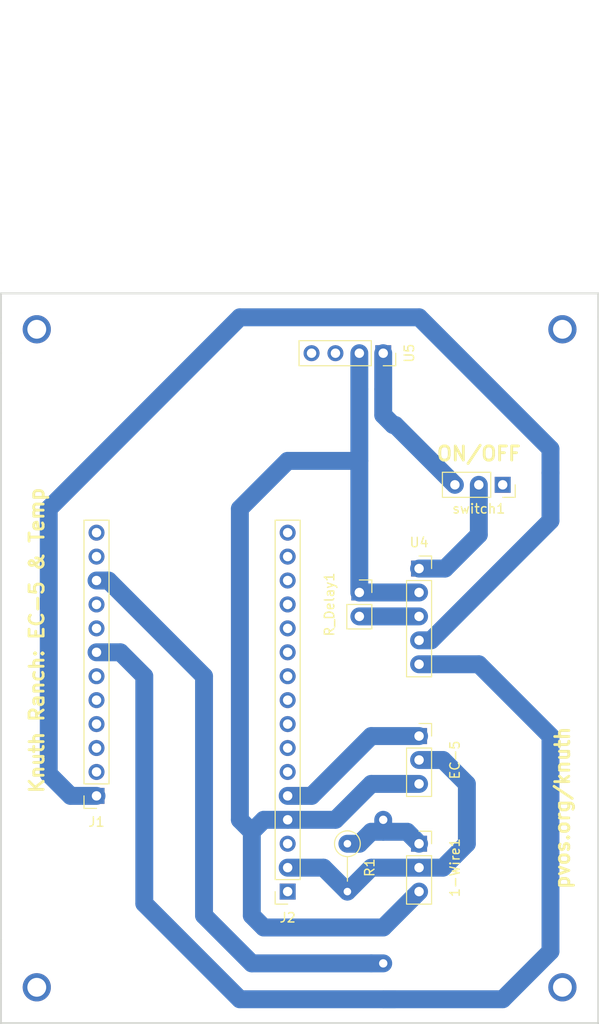
<source format=kicad_pcb>
(kicad_pcb (version 20171130) (host pcbnew 5.0.2-bee76a0~70~ubuntu18.04.1)

  (general
    (thickness 1.6)
    (drawings 23)
    (tracks 77)
    (zones 0)
    (modules 9)
    (nets 10)
  )

  (page A4)
  (layers
    (0 F.Cu signal)
    (31 B.Cu signal)
    (32 B.Adhes user)
    (33 F.Adhes user)
    (34 B.Paste user)
    (35 F.Paste user)
    (36 B.SilkS user)
    (37 F.SilkS user)
    (38 B.Mask user)
    (39 F.Mask user)
    (40 Dwgs.User user)
    (41 Cmts.User user)
    (42 Eco1.User user)
    (43 Eco2.User user)
    (44 Edge.Cuts user)
    (45 Margin user)
    (46 B.CrtYd user)
    (47 F.CrtYd user)
    (48 B.Fab user)
    (49 F.Fab user)
  )

  (setup
    (last_trace_width 1.905)
    (user_trace_width 0.254)
    (user_trace_width 0.381)
    (user_trace_width 0.635)
    (user_trace_width 1.27)
    (user_trace_width 1.905)
    (user_trace_width 2.54)
    (trace_clearance 0.2)
    (zone_clearance 0.508)
    (zone_45_only no)
    (trace_min 0.2)
    (segment_width 0.2)
    (edge_width 0.15)
    (via_size 1.778)
    (via_drill 0.889)
    (via_min_size 0.4)
    (via_min_drill 0.508)
    (uvia_size 0.3)
    (uvia_drill 0.1)
    (uvias_allowed no)
    (uvia_min_size 0.2)
    (uvia_min_drill 0.1)
    (pcb_text_width 0.3)
    (pcb_text_size 1.5 1.5)
    (mod_edge_width 0.15)
    (mod_text_size 1 1)
    (mod_text_width 0.15)
    (pad_size 1.4 1.4)
    (pad_drill 0.7)
    (pad_to_mask_clearance 0.051)
    (solder_mask_min_width 0.25)
    (aux_axis_origin 0 0)
    (visible_elements FFFDFF7F)
    (pcbplotparams
      (layerselection 0x010fc_ffffffff)
      (usegerberextensions false)
      (usegerberattributes false)
      (usegerberadvancedattributes false)
      (creategerberjobfile false)
      (excludeedgelayer true)
      (linewidth 0.100000)
      (plotframeref false)
      (viasonmask false)
      (mode 1)
      (useauxorigin false)
      (hpglpennumber 1)
      (hpglpenspeed 20)
      (hpglpendiameter 15.000000)
      (psnegative false)
      (psa4output false)
      (plotreference true)
      (plotvalue true)
      (plotinvisibletext false)
      (padsonsilk false)
      (subtractmaskfromsilk false)
      (outputformat 1)
      (mirror false)
      (drillshape 0)
      (scaleselection 1)
      (outputdirectory "gerb"))
  )

  (net 0 "")
  (net 1 GND)
  (net 2 "Net-(R_Delay1-Pad2)")
  (net 3 +3V3)
  (net 4 D5)
  (net 5 A0)
  (net 6 VBAT)
  (net 7 D10)
  (net 8 "Net-(U4-Pad1)")
  (net 9 "Net-(U5-Pad1)")

  (net_class Default "This is the default net class."
    (clearance 0.2)
    (trace_width 0.25)
    (via_dia 1.778)
    (via_drill 0.889)
    (uvia_dia 0.3)
    (uvia_drill 0.1)
    (add_net +3V3)
    (add_net A0)
    (add_net D10)
    (add_net D5)
    (add_net GND)
    (add_net "Net-(R_Delay1-Pad2)")
    (add_net "Net-(U4-Pad1)")
    (add_net "Net-(U5-Pad1)")
    (add_net VBAT)
  )

  (module Connector_PinSocket_2.54mm:PinSocket_1x02_P2.54mm_Vertical (layer F.Cu) (tedit 5A19A420) (tstamp 5D26FF4A)
    (at 246.38 81.28)
    (descr "Through hole straight socket strip, 1x02, 2.54mm pitch, single row (from Kicad 4.0.7), script generated")
    (tags "Through hole socket strip THT 1x02 2.54mm single row")
    (path /5D197A39)
    (fp_text reference R_Delay1 (at -3.175 1.27 90) (layer F.SilkS)
      (effects (font (size 1 1) (thickness 0.15)))
    )
    (fp_text value Conn_01x02_Female (at 0 5.31) (layer F.Fab)
      (effects (font (size 1 1) (thickness 0.15)))
    )
    (fp_line (start -1.27 -1.27) (end 0.635 -1.27) (layer F.Fab) (width 0.1))
    (fp_line (start 0.635 -1.27) (end 1.27 -0.635) (layer F.Fab) (width 0.1))
    (fp_line (start 1.27 -0.635) (end 1.27 3.81) (layer F.Fab) (width 0.1))
    (fp_line (start 1.27 3.81) (end -1.27 3.81) (layer F.Fab) (width 0.1))
    (fp_line (start -1.27 3.81) (end -1.27 -1.27) (layer F.Fab) (width 0.1))
    (fp_line (start -1.33 1.27) (end 1.33 1.27) (layer F.SilkS) (width 0.12))
    (fp_line (start -1.33 1.27) (end -1.33 3.87) (layer F.SilkS) (width 0.12))
    (fp_line (start -1.33 3.87) (end 1.33 3.87) (layer F.SilkS) (width 0.12))
    (fp_line (start 1.33 1.27) (end 1.33 3.87) (layer F.SilkS) (width 0.12))
    (fp_line (start 1.33 -1.33) (end 1.33 0) (layer F.SilkS) (width 0.12))
    (fp_line (start 0 -1.33) (end 1.33 -1.33) (layer F.SilkS) (width 0.12))
    (fp_line (start -1.8 -1.8) (end 1.75 -1.8) (layer F.CrtYd) (width 0.05))
    (fp_line (start 1.75 -1.8) (end 1.75 4.3) (layer F.CrtYd) (width 0.05))
    (fp_line (start 1.75 4.3) (end -1.8 4.3) (layer F.CrtYd) (width 0.05))
    (fp_line (start -1.8 4.3) (end -1.8 -1.8) (layer F.CrtYd) (width 0.05))
    (fp_text user %R (at 0 6.35 180) (layer F.Fab)
      (effects (font (size 1 1) (thickness 0.15)))
    )
    (pad 1 thru_hole rect (at 0 0) (size 1.7 1.7) (drill 1) (layers *.Cu *.Mask)
      (net 1 GND))
    (pad 2 thru_hole oval (at 0 2.54) (size 1.7 1.7) (drill 1) (layers *.Cu *.Mask)
      (net 2 "Net-(R_Delay1-Pad2)"))
    (model ${KISYS3DMOD}/Connector_PinSocket_2.54mm.3dshapes/PinSocket_1x02_P2.54mm_Vertical.wrl
      (at (xyz 0 0 0))
      (scale (xyz 1 1 1))
      (rotate (xyz 0 0 0))
    )
  )

  (module Connector_PinSocket_2.54mm:PinSocket_1x05_P2.54mm_Vertical (layer F.Cu) (tedit 5A19A420) (tstamp 5D2702E4)
    (at 252.73 78.74)
    (descr "Through hole straight socket strip, 1x05, 2.54mm pitch, single row (from Kicad 4.0.7), script generated")
    (tags "Through hole socket strip THT 1x05 2.54mm single row")
    (path /5D196517)
    (fp_text reference U4 (at 0 -2.77) (layer F.SilkS)
      (effects (font (size 1 1) (thickness 0.15)))
    )
    (fp_text value tpl5110 (at 0 12.93) (layer F.Fab)
      (effects (font (size 1 1) (thickness 0.15)))
    )
    (fp_line (start -1.27 -1.27) (end 0.635 -1.27) (layer F.Fab) (width 0.1))
    (fp_line (start 0.635 -1.27) (end 1.27 -0.635) (layer F.Fab) (width 0.1))
    (fp_line (start 1.27 -0.635) (end 1.27 11.43) (layer F.Fab) (width 0.1))
    (fp_line (start 1.27 11.43) (end -1.27 11.43) (layer F.Fab) (width 0.1))
    (fp_line (start -1.27 11.43) (end -1.27 -1.27) (layer F.Fab) (width 0.1))
    (fp_line (start -1.33 1.27) (end 1.33 1.27) (layer F.SilkS) (width 0.12))
    (fp_line (start -1.33 1.27) (end -1.33 11.49) (layer F.SilkS) (width 0.12))
    (fp_line (start -1.33 11.49) (end 1.33 11.49) (layer F.SilkS) (width 0.12))
    (fp_line (start 1.33 1.27) (end 1.33 11.49) (layer F.SilkS) (width 0.12))
    (fp_line (start 1.33 -1.33) (end 1.33 0) (layer F.SilkS) (width 0.12))
    (fp_line (start 0 -1.33) (end 1.33 -1.33) (layer F.SilkS) (width 0.12))
    (fp_line (start -1.8 -1.8) (end 1.75 -1.8) (layer F.CrtYd) (width 0.05))
    (fp_line (start 1.75 -1.8) (end 1.75 11.9) (layer F.CrtYd) (width 0.05))
    (fp_line (start 1.75 11.9) (end -1.8 11.9) (layer F.CrtYd) (width 0.05))
    (fp_line (start -1.8 11.9) (end -1.8 -1.8) (layer F.CrtYd) (width 0.05))
    (fp_text user %R (at 0 5.08 -270) (layer F.Fab)
      (effects (font (size 1 1) (thickness 0.15)))
    )
    (pad 1 thru_hole rect (at 0 0) (size 1.7 1.7) (drill 1) (layers *.Cu *.Mask)
      (net 8 "Net-(U4-Pad1)"))
    (pad 2 thru_hole oval (at 0 2.54) (size 1.7 1.7) (drill 1) (layers *.Cu *.Mask)
      (net 1 GND))
    (pad 3 thru_hole oval (at 0 5.08) (size 1.7 1.7) (drill 1) (layers *.Cu *.Mask)
      (net 2 "Net-(R_Delay1-Pad2)"))
    (pad 4 thru_hole oval (at 0 7.62) (size 1.7 1.7) (drill 1) (layers *.Cu *.Mask)
      (net 6 VBAT))
    (pad 5 thru_hole oval (at 0 10.16) (size 1.7 1.7) (drill 1) (layers *.Cu *.Mask)
      (net 7 D10))
    (model ${KISYS3DMOD}/Connector_PinSocket_2.54mm.3dshapes/PinSocket_1x05_P2.54mm_Vertical.wrl
      (at (xyz 0 0 0))
      (scale (xyz 1 1 1))
      (rotate (xyz 0 0 0))
    )
  )

  (module Connector_PinSocket_2.54mm:PinSocket_1x04_P2.54mm_Vertical (layer F.Cu) (tedit 5A19A429) (tstamp 5D1A79D7)
    (at 248.92 55.88 270)
    (descr "Through hole straight socket strip, 1x04, 2.54mm pitch, single row (from Kicad 4.0.7), script generated")
    (tags "Through hole socket strip THT 1x04 2.54mm single row")
    (path /5D196E31)
    (fp_text reference U5 (at 0 -2.77 270) (layer F.SilkS)
      (effects (font (size 1 1) (thickness 0.15)))
    )
    (fp_text value adasolarlipo (at 0 10.39 270) (layer F.Fab)
      (effects (font (size 1 1) (thickness 0.15)))
    )
    (fp_line (start -1.27 -1.27) (end 0.635 -1.27) (layer F.Fab) (width 0.1))
    (fp_line (start 0.635 -1.27) (end 1.27 -0.635) (layer F.Fab) (width 0.1))
    (fp_line (start 1.27 -0.635) (end 1.27 8.89) (layer F.Fab) (width 0.1))
    (fp_line (start 1.27 8.89) (end -1.27 8.89) (layer F.Fab) (width 0.1))
    (fp_line (start -1.27 8.89) (end -1.27 -1.27) (layer F.Fab) (width 0.1))
    (fp_line (start -1.33 1.27) (end 1.33 1.27) (layer F.SilkS) (width 0.12))
    (fp_line (start -1.33 1.27) (end -1.33 8.95) (layer F.SilkS) (width 0.12))
    (fp_line (start -1.33 8.95) (end 1.33 8.95) (layer F.SilkS) (width 0.12))
    (fp_line (start 1.33 1.27) (end 1.33 8.95) (layer F.SilkS) (width 0.12))
    (fp_line (start 1.33 -1.33) (end 1.33 0) (layer F.SilkS) (width 0.12))
    (fp_line (start 0 -1.33) (end 1.33 -1.33) (layer F.SilkS) (width 0.12))
    (fp_line (start -1.8 -1.8) (end 1.75 -1.8) (layer F.CrtYd) (width 0.05))
    (fp_line (start 1.75 -1.8) (end 1.75 9.4) (layer F.CrtYd) (width 0.05))
    (fp_line (start 1.75 9.4) (end -1.8 9.4) (layer F.CrtYd) (width 0.05))
    (fp_line (start -1.8 9.4) (end -1.8 -1.8) (layer F.CrtYd) (width 0.05))
    (fp_text user %R (at 0 3.81) (layer F.Fab)
      (effects (font (size 1 1) (thickness 0.15)))
    )
    (pad 1 thru_hole rect (at 0 0 270) (size 1.7 1.7) (drill 1) (layers *.Cu *.Mask)
      (net 9 "Net-(U5-Pad1)"))
    (pad 2 thru_hole oval (at 0 2.54 270) (size 1.7 1.7) (drill 1) (layers *.Cu *.Mask)
      (net 1 GND))
    (pad 3 thru_hole oval (at 0 5.08 270) (size 1.7 1.7) (drill 1) (layers *.Cu *.Mask))
    (pad 4 thru_hole oval (at 0 7.62 270) (size 1.7 1.7) (drill 1) (layers *.Cu *.Mask))
    (model ${KISYS3DMOD}/Connector_PinSocket_2.54mm.3dshapes/PinSocket_1x04_P2.54mm_Vertical.wrl
      (at (xyz 0 0 0))
      (scale (xyz 1 1 1))
      (rotate (xyz 0 0 0))
    )
  )

  (module Connector_PinSocket_2.54mm:PinSocket_1x03_P2.54mm_Vertical (layer F.Cu) (tedit 5A19A429) (tstamp 5D3A9648)
    (at 252.73 107.95)
    (descr "Through hole straight socket strip, 1x03, 2.54mm pitch, single row (from Kicad 4.0.7), script generated")
    (tags "Through hole socket strip THT 1x03 2.54mm single row")
    (path /5D3CC155)
    (fp_text reference 1-Wire1 (at 3.81 2.54 90) (layer F.SilkS)
      (effects (font (size 1 1) (thickness 0.15)))
    )
    (fp_text value Conn_01x03_Female (at 0 7.85) (layer F.Fab)
      (effects (font (size 1 1) (thickness 0.15)))
    )
    (fp_text user %R (at 0 2.54 90) (layer F.Fab)
      (effects (font (size 1 1) (thickness 0.15)))
    )
    (fp_line (start -1.8 6.85) (end -1.8 -1.8) (layer F.CrtYd) (width 0.05))
    (fp_line (start 1.75 6.85) (end -1.8 6.85) (layer F.CrtYd) (width 0.05))
    (fp_line (start 1.75 -1.8) (end 1.75 6.85) (layer F.CrtYd) (width 0.05))
    (fp_line (start -1.8 -1.8) (end 1.75 -1.8) (layer F.CrtYd) (width 0.05))
    (fp_line (start 0 -1.33) (end 1.33 -1.33) (layer F.SilkS) (width 0.12))
    (fp_line (start 1.33 -1.33) (end 1.33 0) (layer F.SilkS) (width 0.12))
    (fp_line (start 1.33 1.27) (end 1.33 6.41) (layer F.SilkS) (width 0.12))
    (fp_line (start -1.33 6.41) (end 1.33 6.41) (layer F.SilkS) (width 0.12))
    (fp_line (start -1.33 1.27) (end -1.33 6.41) (layer F.SilkS) (width 0.12))
    (fp_line (start -1.33 1.27) (end 1.33 1.27) (layer F.SilkS) (width 0.12))
    (fp_line (start -1.27 6.35) (end -1.27 -1.27) (layer F.Fab) (width 0.1))
    (fp_line (start 1.27 6.35) (end -1.27 6.35) (layer F.Fab) (width 0.1))
    (fp_line (start 1.27 -0.635) (end 1.27 6.35) (layer F.Fab) (width 0.1))
    (fp_line (start 0.635 -1.27) (end 1.27 -0.635) (layer F.Fab) (width 0.1))
    (fp_line (start -1.27 -1.27) (end 0.635 -1.27) (layer F.Fab) (width 0.1))
    (pad 3 thru_hole oval (at 0 5.08) (size 1.7 1.7) (drill 1) (layers *.Cu *.Mask)
      (net 1 GND))
    (pad 2 thru_hole oval (at 0 2.54) (size 1.7 1.7) (drill 1) (layers *.Cu *.Mask)
      (net 3 +3V3))
    (pad 1 thru_hole rect (at 0 0) (size 1.7 1.7) (drill 1) (layers *.Cu *.Mask)
      (net 4 D5))
    (model ${KISYS3DMOD}/Connector_PinSocket_2.54mm.3dshapes/PinSocket_1x03_P2.54mm_Vertical.wrl
      (at (xyz 0 0 0))
      (scale (xyz 1 1 1))
      (rotate (xyz 0 0 0))
    )
  )

  (module Connector_PinSocket_2.54mm:PinSocket_1x03_P2.54mm_Vertical (layer F.Cu) (tedit 5A19A429) (tstamp 5D4695DA)
    (at 252.73 96.52)
    (descr "Through hole straight socket strip, 1x03, 2.54mm pitch, single row (from Kicad 4.0.7), script generated")
    (tags "Through hole socket strip THT 1x03 2.54mm single row")
    (path /5D3CA29A)
    (fp_text reference EC-5 (at 3.81 2.54 90) (layer F.SilkS)
      (effects (font (size 1 1) (thickness 0.15)))
    )
    (fp_text value Conn_01x03_Female (at 0 7.85) (layer F.Fab)
      (effects (font (size 1 1) (thickness 0.15)))
    )
    (fp_line (start -1.27 -1.27) (end 0.635 -1.27) (layer F.Fab) (width 0.1))
    (fp_line (start 0.635 -1.27) (end 1.27 -0.635) (layer F.Fab) (width 0.1))
    (fp_line (start 1.27 -0.635) (end 1.27 6.35) (layer F.Fab) (width 0.1))
    (fp_line (start 1.27 6.35) (end -1.27 6.35) (layer F.Fab) (width 0.1))
    (fp_line (start -1.27 6.35) (end -1.27 -1.27) (layer F.Fab) (width 0.1))
    (fp_line (start -1.33 1.27) (end 1.33 1.27) (layer F.SilkS) (width 0.12))
    (fp_line (start -1.33 1.27) (end -1.33 6.41) (layer F.SilkS) (width 0.12))
    (fp_line (start -1.33 6.41) (end 1.33 6.41) (layer F.SilkS) (width 0.12))
    (fp_line (start 1.33 1.27) (end 1.33 6.41) (layer F.SilkS) (width 0.12))
    (fp_line (start 1.33 -1.33) (end 1.33 0) (layer F.SilkS) (width 0.12))
    (fp_line (start 0 -1.33) (end 1.33 -1.33) (layer F.SilkS) (width 0.12))
    (fp_line (start -1.8 -1.8) (end 1.75 -1.8) (layer F.CrtYd) (width 0.05))
    (fp_line (start 1.75 -1.8) (end 1.75 6.85) (layer F.CrtYd) (width 0.05))
    (fp_line (start 1.75 6.85) (end -1.8 6.85) (layer F.CrtYd) (width 0.05))
    (fp_line (start -1.8 6.85) (end -1.8 -1.8) (layer F.CrtYd) (width 0.05))
    (fp_text user %R (at 0 2.54 90) (layer F.Fab)
      (effects (font (size 1 1) (thickness 0.15)))
    )
    (pad 1 thru_hole rect (at 0 0) (size 1.7 1.7) (drill 1) (layers *.Cu *.Mask)
      (net 5 A0))
    (pad 2 thru_hole oval (at 0 2.54) (size 1.7 1.7) (drill 1) (layers *.Cu *.Mask)
      (net 3 +3V3))
    (pad 3 thru_hole oval (at 0 5.08) (size 1.7 1.7) (drill 1) (layers *.Cu *.Mask)
      (net 1 GND))
    (model ${KISYS3DMOD}/Connector_PinSocket_2.54mm.3dshapes/PinSocket_1x03_P2.54mm_Vertical.wrl
      (at (xyz 0 0 0))
      (scale (xyz 1 1 1))
      (rotate (xyz 0 0 0))
    )
  )

  (module Connector_PinSocket_2.54mm:PinSocket_1x12_P2.54mm_Vertical (layer F.Cu) (tedit 5A19A41D) (tstamp 5D4692E4)
    (at 218.44 102.87 180)
    (descr "Through hole straight socket strip, 1x12, 2.54mm pitch, single row (from Kicad 4.0.7), script generated")
    (tags "Through hole socket strip THT 1x12 2.54mm single row")
    (path /5D3A6009)
    (fp_text reference J1 (at 0 -2.77) (layer F.SilkS)
      (effects (font (size 1 1) (thickness 0.15)))
    )
    (fp_text value FeatherLora1 (at 0 30.71) (layer F.Fab)
      (effects (font (size 1 1) (thickness 0.15)))
    )
    (fp_line (start -1.27 -1.27) (end 0.635 -1.27) (layer F.Fab) (width 0.1))
    (fp_line (start 0.635 -1.27) (end 1.27 -0.635) (layer F.Fab) (width 0.1))
    (fp_line (start 1.27 -0.635) (end 1.27 29.21) (layer F.Fab) (width 0.1))
    (fp_line (start 1.27 29.21) (end -1.27 29.21) (layer F.Fab) (width 0.1))
    (fp_line (start -1.27 29.21) (end -1.27 -1.27) (layer F.Fab) (width 0.1))
    (fp_line (start -1.33 1.27) (end 1.33 1.27) (layer F.SilkS) (width 0.12))
    (fp_line (start -1.33 1.27) (end -1.33 29.27) (layer F.SilkS) (width 0.12))
    (fp_line (start -1.33 29.27) (end 1.33 29.27) (layer F.SilkS) (width 0.12))
    (fp_line (start 1.33 1.27) (end 1.33 29.27) (layer F.SilkS) (width 0.12))
    (fp_line (start 1.33 -1.33) (end 1.33 0) (layer F.SilkS) (width 0.12))
    (fp_line (start 0 -1.33) (end 1.33 -1.33) (layer F.SilkS) (width 0.12))
    (fp_line (start -1.8 -1.8) (end 1.75 -1.8) (layer F.CrtYd) (width 0.05))
    (fp_line (start 1.75 -1.8) (end 1.75 29.7) (layer F.CrtYd) (width 0.05))
    (fp_line (start 1.75 29.7) (end -1.8 29.7) (layer F.CrtYd) (width 0.05))
    (fp_line (start -1.8 29.7) (end -1.8 -1.8) (layer F.CrtYd) (width 0.05))
    (fp_text user %R (at 0 13.97 90) (layer F.Fab)
      (effects (font (size 1 1) (thickness 0.15)))
    )
    (pad 1 thru_hole rect (at 0 0 180) (size 1.7 1.7) (drill 1) (layers *.Cu *.Mask)
      (net 6 VBAT))
    (pad 2 thru_hole oval (at 0 2.54 180) (size 1.7 1.7) (drill 1) (layers *.Cu *.Mask))
    (pad 3 thru_hole oval (at 0 5.08 180) (size 1.7 1.7) (drill 1) (layers *.Cu *.Mask))
    (pad 4 thru_hole oval (at 0 7.62 180) (size 1.7 1.7) (drill 1) (layers *.Cu *.Mask))
    (pad 5 thru_hole oval (at 0 10.16 180) (size 1.7 1.7) (drill 1) (layers *.Cu *.Mask))
    (pad 6 thru_hole oval (at 0 12.7 180) (size 1.7 1.7) (drill 1) (layers *.Cu *.Mask))
    (pad 7 thru_hole oval (at 0 15.24 180) (size 1.7 1.7) (drill 1) (layers *.Cu *.Mask)
      (net 7 D10))
    (pad 8 thru_hole oval (at 0 17.78 180) (size 1.7 1.7) (drill 1) (layers *.Cu *.Mask))
    (pad 9 thru_hole oval (at 0 20.32 180) (size 1.7 1.7) (drill 1) (layers *.Cu *.Mask))
    (pad 10 thru_hole oval (at 0 22.86 180) (size 1.7 1.7) (drill 1) (layers *.Cu *.Mask)
      (net 4 D5))
    (pad 11 thru_hole oval (at 0 25.4 180) (size 1.7 1.7) (drill 1) (layers *.Cu *.Mask))
    (pad 12 thru_hole oval (at 0 27.94 180) (size 1.7 1.7) (drill 1) (layers *.Cu *.Mask))
    (model ${KISYS3DMOD}/Connector_PinSocket_2.54mm.3dshapes/PinSocket_1x12_P2.54mm_Vertical.wrl
      (at (xyz 0 0 0))
      (scale (xyz 1 1 1))
      (rotate (xyz 0 0 0))
    )
  )

  (module Connector_PinSocket_2.54mm:PinSocket_1x16_P2.54mm_Vertical (layer F.Cu) (tedit 5A19A41E) (tstamp 5D469345)
    (at 238.76 113.03 180)
    (descr "Through hole straight socket strip, 1x16, 2.54mm pitch, single row (from Kicad 4.0.7), script generated")
    (tags "Through hole socket strip THT 1x16 2.54mm single row")
    (path /5D3A613C)
    (fp_text reference J2 (at 0 -2.77 180) (layer F.SilkS)
      (effects (font (size 1 1) (thickness 0.15)))
    )
    (fp_text value FeatherLora2 (at 0 40.87 180) (layer F.Fab)
      (effects (font (size 1 1) (thickness 0.15)))
    )
    (fp_line (start -1.27 -1.27) (end 0.635 -1.27) (layer F.Fab) (width 0.1))
    (fp_line (start 0.635 -1.27) (end 1.27 -0.635) (layer F.Fab) (width 0.1))
    (fp_line (start 1.27 -0.635) (end 1.27 39.37) (layer F.Fab) (width 0.1))
    (fp_line (start 1.27 39.37) (end -1.27 39.37) (layer F.Fab) (width 0.1))
    (fp_line (start -1.27 39.37) (end -1.27 -1.27) (layer F.Fab) (width 0.1))
    (fp_line (start -1.33 1.27) (end 1.33 1.27) (layer F.SilkS) (width 0.12))
    (fp_line (start -1.33 1.27) (end -1.33 39.43) (layer F.SilkS) (width 0.12))
    (fp_line (start -1.33 39.43) (end 1.33 39.43) (layer F.SilkS) (width 0.12))
    (fp_line (start 1.33 1.27) (end 1.33 39.43) (layer F.SilkS) (width 0.12))
    (fp_line (start 1.33 -1.33) (end 1.33 0) (layer F.SilkS) (width 0.12))
    (fp_line (start 0 -1.33) (end 1.33 -1.33) (layer F.SilkS) (width 0.12))
    (fp_line (start -1.8 -1.8) (end 1.75 -1.8) (layer F.CrtYd) (width 0.05))
    (fp_line (start 1.75 -1.8) (end 1.75 39.9) (layer F.CrtYd) (width 0.05))
    (fp_line (start 1.75 39.9) (end -1.8 39.9) (layer F.CrtYd) (width 0.05))
    (fp_line (start -1.8 39.9) (end -1.8 -1.8) (layer F.CrtYd) (width 0.05))
    (fp_text user %R (at 0 19.05 270) (layer F.Fab)
      (effects (font (size 1 1) (thickness 0.15)))
    )
    (pad 1 thru_hole rect (at 0 0 180) (size 1.7 1.7) (drill 1) (layers *.Cu *.Mask))
    (pad 2 thru_hole oval (at 0 2.54 180) (size 1.7 1.7) (drill 1) (layers *.Cu *.Mask)
      (net 3 +3V3))
    (pad 3 thru_hole oval (at 0 5.08 180) (size 1.7 1.7) (drill 1) (layers *.Cu *.Mask))
    (pad 4 thru_hole oval (at 0 7.62 180) (size 1.7 1.7) (drill 1) (layers *.Cu *.Mask)
      (net 1 GND))
    (pad 5 thru_hole oval (at 0 10.16 180) (size 1.7 1.7) (drill 1) (layers *.Cu *.Mask)
      (net 5 A0))
    (pad 6 thru_hole oval (at 0 12.7 180) (size 1.7 1.7) (drill 1) (layers *.Cu *.Mask))
    (pad 7 thru_hole oval (at 0 15.24 180) (size 1.7 1.7) (drill 1) (layers *.Cu *.Mask))
    (pad 8 thru_hole oval (at 0 17.78 180) (size 1.7 1.7) (drill 1) (layers *.Cu *.Mask))
    (pad 9 thru_hole oval (at 0 20.32 180) (size 1.7 1.7) (drill 1) (layers *.Cu *.Mask))
    (pad 10 thru_hole oval (at 0 22.86 180) (size 1.7 1.7) (drill 1) (layers *.Cu *.Mask))
    (pad 11 thru_hole oval (at 0 25.4 180) (size 1.7 1.7) (drill 1) (layers *.Cu *.Mask))
    (pad 12 thru_hole oval (at 0 27.94 180) (size 1.7 1.7) (drill 1) (layers *.Cu *.Mask))
    (pad 13 thru_hole oval (at 0 30.48 180) (size 1.7 1.7) (drill 1) (layers *.Cu *.Mask))
    (pad 14 thru_hole oval (at 0 33.02 180) (size 1.7 1.7) (drill 1) (layers *.Cu *.Mask))
    (pad 15 thru_hole oval (at 0 35.56 180) (size 1.7 1.7) (drill 1) (layers *.Cu *.Mask))
    (pad 16 thru_hole oval (at 0 38.1 180) (size 1.7 1.7) (drill 1) (layers *.Cu *.Mask))
    (model ${KISYS3DMOD}/Connector_PinSocket_2.54mm.3dshapes/PinSocket_1x16_P2.54mm_Vertical.wrl
      (at (xyz 0 0 0))
      (scale (xyz 1 1 1))
      (rotate (xyz 0 0 0))
    )
  )

  (module Connector_PinSocket_2.54mm:PinSocket_1x03_P2.54mm_Vertical (layer F.Cu) (tedit 5A19A429) (tstamp 5D3A96C7)
    (at 261.62 69.85 270)
    (descr "Through hole straight socket strip, 1x03, 2.54mm pitch, single row (from Kicad 4.0.7), script generated")
    (tags "Through hole socket strip THT 1x03 2.54mm single row")
    (path /5D40388A)
    (fp_text reference switch1 (at 2.54 2.54) (layer F.SilkS)
      (effects (font (size 1 1) (thickness 0.15)))
    )
    (fp_text value Conn_01x03_Female (at 0 7.85 270) (layer F.Fab)
      (effects (font (size 1 1) (thickness 0.15)))
    )
    (fp_line (start -1.27 -1.27) (end 0.635 -1.27) (layer F.Fab) (width 0.1))
    (fp_line (start 0.635 -1.27) (end 1.27 -0.635) (layer F.Fab) (width 0.1))
    (fp_line (start 1.27 -0.635) (end 1.27 6.35) (layer F.Fab) (width 0.1))
    (fp_line (start 1.27 6.35) (end -1.27 6.35) (layer F.Fab) (width 0.1))
    (fp_line (start -1.27 6.35) (end -1.27 -1.27) (layer F.Fab) (width 0.1))
    (fp_line (start -1.33 1.27) (end 1.33 1.27) (layer F.SilkS) (width 0.12))
    (fp_line (start -1.33 1.27) (end -1.33 6.41) (layer F.SilkS) (width 0.12))
    (fp_line (start -1.33 6.41) (end 1.33 6.41) (layer F.SilkS) (width 0.12))
    (fp_line (start 1.33 1.27) (end 1.33 6.41) (layer F.SilkS) (width 0.12))
    (fp_line (start 1.33 -1.33) (end 1.33 0) (layer F.SilkS) (width 0.12))
    (fp_line (start 0 -1.33) (end 1.33 -1.33) (layer F.SilkS) (width 0.12))
    (fp_line (start -1.8 -1.8) (end 1.75 -1.8) (layer F.CrtYd) (width 0.05))
    (fp_line (start 1.75 -1.8) (end 1.75 6.85) (layer F.CrtYd) (width 0.05))
    (fp_line (start 1.75 6.85) (end -1.8 6.85) (layer F.CrtYd) (width 0.05))
    (fp_line (start -1.8 6.85) (end -1.8 -1.8) (layer F.CrtYd) (width 0.05))
    (fp_text user %R (at 0 2.54) (layer F.Fab)
      (effects (font (size 1 1) (thickness 0.15)))
    )
    (pad 1 thru_hole rect (at 0 0 270) (size 1.7 1.7) (drill 1) (layers *.Cu *.Mask))
    (pad 2 thru_hole oval (at 0 2.54 270) (size 1.7 1.7) (drill 1) (layers *.Cu *.Mask)
      (net 8 "Net-(U4-Pad1)"))
    (pad 3 thru_hole oval (at 0 5.08 270) (size 1.7 1.7) (drill 1) (layers *.Cu *.Mask)
      (net 9 "Net-(U5-Pad1)"))
    (model ${KISYS3DMOD}/Connector_PinSocket_2.54mm.3dshapes/PinSocket_1x03_P2.54mm_Vertical.wrl
      (at (xyz 0 0 0))
      (scale (xyz 1 1 1))
      (rotate (xyz 0 0 0))
    )
  )

  (module Resistor_THT:R_Axial_DIN0207_L6.3mm_D2.5mm_P5.08mm_Vertical (layer F.Cu) (tedit 5AE5139B) (tstamp 5D468AC0)
    (at 245.11 107.95 270)
    (descr "Resistor, Axial_DIN0207 series, Axial, Vertical, pin pitch=5.08mm, 0.25W = 1/4W, length*diameter=6.3*2.5mm^2, http://cdn-reichelt.de/documents/datenblatt/B400/1_4W%23YAG.pdf")
    (tags "Resistor Axial_DIN0207 series Axial Vertical pin pitch 5.08mm 0.25W = 1/4W length 6.3mm diameter 2.5mm")
    (path /5D3DC753)
    (fp_text reference R1 (at 2.54 -2.37 270) (layer F.SilkS)
      (effects (font (size 1 1) (thickness 0.15)))
    )
    (fp_text value 4.7K (at 2.54 2.37 270) (layer F.Fab)
      (effects (font (size 1 1) (thickness 0.15)))
    )
    (fp_circle (center 0 0) (end 1.25 0) (layer F.Fab) (width 0.1))
    (fp_circle (center 0 0) (end 1.37 0) (layer F.SilkS) (width 0.12))
    (fp_line (start 0 0) (end 5.08 0) (layer F.Fab) (width 0.1))
    (fp_line (start 1.37 0) (end 3.98 0) (layer F.SilkS) (width 0.12))
    (fp_line (start -1.5 -1.5) (end -1.5 1.5) (layer F.CrtYd) (width 0.05))
    (fp_line (start -1.5 1.5) (end 6.13 1.5) (layer F.CrtYd) (width 0.05))
    (fp_line (start 6.13 1.5) (end 6.13 -1.5) (layer F.CrtYd) (width 0.05))
    (fp_line (start 6.13 -1.5) (end -1.5 -1.5) (layer F.CrtYd) (width 0.05))
    (fp_text user %R (at 2.54 -2.37 270) (layer F.Fab)
      (effects (font (size 1 1) (thickness 0.15)))
    )
    (pad 1 thru_hole circle (at 0 0 270) (size 1.6 1.6) (drill 0.8) (layers *.Cu *.Mask)
      (net 4 D5))
    (pad 2 thru_hole oval (at 5.08 0 270) (size 1.6 1.6) (drill 0.8) (layers *.Cu *.Mask)
      (net 3 +3V3))
    (model ${KISYS3DMOD}/Resistor_THT.3dshapes/R_Axial_DIN0207_L6.3mm_D2.5mm_P5.08mm_Vertical.wrl
      (at (xyz 0 0 0))
      (scale (xyz 1 1 1))
      (rotate (xyz 0 0 0))
    )
  )

  (gr_text ON/OFF (at 259.08 66.548) (layer F.SilkS)
    (effects (font (size 1.5 1.5) (thickness 0.3)))
  )
  (dimension 40.64 (width 0.3) (layer Dwgs.User)
    (gr_text "1.6000 in" (at 240.03 19.49) (layer Dwgs.User)
      (effects (font (size 1.5 1.5) (thickness 0.3)))
    )
    (feature1 (pts (xy 260.35 24.13) (xy 260.35 21.003579)))
    (feature2 (pts (xy 219.71 24.13) (xy 219.71 21.003579)))
    (crossbar (pts (xy 219.71 21.59) (xy 260.35 21.59)))
    (arrow1a (pts (xy 260.35 21.59) (xy 259.223496 22.176421)))
    (arrow1b (pts (xy 260.35 21.59) (xy 259.223496 21.003579)))
    (arrow2a (pts (xy 219.71 21.59) (xy 220.836504 22.176421)))
    (arrow2b (pts (xy 219.71 21.59) (xy 220.836504 21.003579)))
  )
  (gr_line (start 208.28 49.53) (end 208.28 52.07) (layer Edge.Cuts) (width 0.2))
  (gr_line (start 271.78 49.53) (end 208.28 49.53) (layer Edge.Cuts) (width 0.2))
  (gr_line (start 271.78 52.07) (end 271.78 49.53) (layer Edge.Cuts) (width 0.2))
  (gr_line (start 208.28 52.07) (end 208.28 55.88) (layer Edge.Cuts) (width 0.2))
  (gr_line (start 271.78 127) (end 271.78 52.07) (layer Edge.Cuts) (width 0.2))
  (gr_line (start 208.28 127) (end 271.78 127) (layer Edge.Cuts) (width 0.2))
  (gr_line (start 208.28 120.65) (end 208.28 127) (layer Edge.Cuts) (width 0.2))
  (gr_line (start 260.35 64.77) (end 260.35 24.13) (layer Dwgs.User) (width 0.2))
  (gr_line (start 219.71 64.77) (end 260.35 64.77) (layer Dwgs.User) (width 0.2))
  (gr_line (start 219.71 24.13) (end 219.71 64.77) (layer Dwgs.User) (width 0.2))
  (gr_line (start 260.35 24.13) (end 219.71 24.13) (layer Dwgs.User) (width 0.2))
  (dimension 20.32 (width 0.3) (layer Dwgs.User) (tstamp 5D4692C1)
    (gr_text "0.8000 in" (at 228.6 122.75) (layer Dwgs.User) (tstamp 5D4692C2)
      (effects (font (size 1.5 1.5) (thickness 0.3)))
    )
    (feature1 (pts (xy 238.76 97.79) (xy 238.76 121.236421)))
    (feature2 (pts (xy 218.44 97.79) (xy 218.44 121.236421)))
    (crossbar (pts (xy 218.44 120.65) (xy 238.76 120.65)))
    (arrow1a (pts (xy 238.76 120.65) (xy 237.633496 121.236421)))
    (arrow1b (pts (xy 238.76 120.65) (xy 237.633496 120.063579)))
    (arrow2a (pts (xy 218.44 120.65) (xy 219.566504 121.236421)))
    (arrow2b (pts (xy 218.44 120.65) (xy 219.566504 120.063579)))
  )
  (gr_line (start 208.28 120.65) (end 208.28 118.11) (layer Edge.Cuts) (width 0.2))
  (gr_line (start 208.28 118.11) (end 208.28 55.88) (layer Edge.Cuts) (width 0.2))
  (gr_text pvos.org/knuth (at 267.97 104.14 90) (layer F.SilkS) (tstamp 5D27221C)
    (effects (font (size 1.5 1.5) (thickness 0.3)))
  )
  (gr_text "Knuth Ranch: EC-5 & Temp" (at 212.09 86.36 90) (layer F.SilkS)
    (effects (font (size 1.5 1.5) (thickness 0.3)))
  )
  (gr_text TPL5110 (at 261.62 82.55 270) (layer Dwgs.User) (tstamp 5D2702C4)
    (effects (font (size 1.5 1.5) (thickness 0.3)))
  )
  (gr_line (start 250.19 92.71) (end 250.19 74.93) (layer Dwgs.User) (width 0.2) (tstamp 5D4695C2))
  (gr_line (start 269.24 92.71) (end 250.19 92.71) (layer Dwgs.User) (width 0.2) (tstamp 5D4695BF))
  (gr_line (start 269.24 74.93) (end 250.19 74.93) (layer Dwgs.User) (width 0.2) (tstamp 5D2702B8))
  (gr_line (start 269.24 74.93) (end 269.24 92.71) (layer Dwgs.User) (width 0.2) (tstamp 5D2702C7))

  (via (at 212.09 123.19) (size 3) (drill 2) (layers F.Cu B.Cu) (net 0))
  (via (at 267.97 123.19) (size 3) (drill 2) (layers F.Cu B.Cu) (net 0) (tstamp 5D2E64E3))
  (via (at 267.97 53.34) (size 3) (drill 2) (layers F.Cu B.Cu) (net 0) (tstamp 5D2E64E5))
  (via (at 212.09 53.34) (size 3) (drill 2) (layers F.Cu B.Cu) (net 0) (tstamp 5D2E64F6))
  (segment (start 252.73 81.28) (end 246.38 81.28) (width 1.905) (layer B.Cu) (net 1))
  (segment (start 236.22 105.41) (end 238.76 105.41) (width 1.905) (layer B.Cu) (net 1))
  (segment (start 234.95 106.68) (end 236.22 105.41) (width 1.905) (layer B.Cu) (net 1))
  (segment (start 246.38 67.31) (end 246.38 81.28) (width 1.905) (layer B.Cu) (net 1))
  (segment (start 246.38 67.31) (end 238.76 67.31) (width 1.905) (layer B.Cu) (net 1))
  (segment (start 246.38 59.69) (end 246.38 67.31) (width 1.905) (layer B.Cu) (net 1))
  (segment (start 238.76 67.31) (end 233.68 72.39) (width 1.905) (layer B.Cu) (net 1))
  (segment (start 233.68 105.41) (end 234.95 106.68) (width 1.905) (layer B.Cu) (net 1))
  (segment (start 233.68 72.39) (end 233.68 105.41) (width 1.905) (layer B.Cu) (net 1))
  (segment (start 247.65 101.6) (end 252.73 101.6) (width 1.905) (layer B.Cu) (net 1))
  (segment (start 238.76 105.41) (end 243.84 105.41) (width 1.905) (layer B.Cu) (net 1))
  (segment (start 243.84 105.41) (end 247.65 101.6) (width 1.905) (layer B.Cu) (net 1))
  (segment (start 248.92 116.84) (end 252.73 113.03) (width 1.905) (layer B.Cu) (net 1))
  (segment (start 236.22 116.84) (end 248.92 116.84) (width 1.905) (layer B.Cu) (net 1))
  (segment (start 234.95 106.68) (end 234.95 115.57) (width 1.905) (layer B.Cu) (net 1))
  (segment (start 234.95 115.57) (end 236.22 116.84) (width 1.905) (layer B.Cu) (net 1))
  (segment (start 246.38 59.69) (end 246.38 55.88) (width 1.905) (layer B.Cu) (net 1))
  (segment (start 252.73 83.82) (end 246.38 83.82) (width 1.905) (layer B.Cu) (net 2))
  (segment (start 242.57 110.49) (end 245.11 113.03) (width 1.905) (layer B.Cu) (net 3))
  (segment (start 238.76 110.49) (end 242.57 110.49) (width 1.905) (layer B.Cu) (net 3))
  (segment (start 247.65 110.49) (end 245.11 113.03) (width 1.905) (layer B.Cu) (net 3))
  (segment (start 252.73 110.49) (end 247.65 110.49) (width 1.905) (layer B.Cu) (net 3))
  (segment (start 257.81 101.6) (end 255.27 99.06) (width 1.905) (layer B.Cu) (net 3))
  (segment (start 255.27 99.06) (end 252.73 99.06) (width 1.905) (layer B.Cu) (net 3))
  (segment (start 257.81 107.95) (end 257.81 101.6) (width 1.905) (layer B.Cu) (net 3))
  (segment (start 252.73 110.49) (end 255.27 110.49) (width 1.905) (layer B.Cu) (net 3))
  (segment (start 255.27 110.49) (end 257.81 107.95) (width 1.905) (layer B.Cu) (net 3))
  (segment (start 218.44 80.01) (end 219.71 80.01) (width 1.905) (layer B.Cu) (net 4))
  (segment (start 219.71 80.01) (end 229.87 90.17) (width 1.905) (layer B.Cu) (net 4))
  (segment (start 229.87 90.17) (end 229.87 115.57) (width 1.905) (layer B.Cu) (net 4))
  (segment (start 229.87 115.57) (end 234.95 120.65) (width 1.905) (layer B.Cu) (net 4))
  (segment (start 234.95 120.65) (end 247.65 120.65) (width 1.905) (layer B.Cu) (net 4))
  (segment (start 252.73 107.95) (end 251.46 106.68) (width 1.905) (layer B.Cu) (net 4))
  (segment (start 247.65 106.68) (end 246.38 107.95) (width 1.905) (layer B.Cu) (net 4))
  (segment (start 246.38 107.95) (end 245.11 107.95) (width 1.905) (layer B.Cu) (net 4))
  (segment (start 248.92 106.68) (end 248.92 105.41) (width 1.905) (layer B.Cu) (net 4))
  (segment (start 248.92 106.68) (end 247.65 106.68) (width 1.905) (layer B.Cu) (net 4))
  (via (at 248.92 105.41) (size 1.778) (drill 0.889) (layers F.Cu B.Cu) (net 4))
  (segment (start 251.46 106.68) (end 248.92 106.68) (width 1.905) (layer B.Cu) (net 4))
  (via (at 248.92 120.65) (size 1.778) (drill 0.889) (layers F.Cu B.Cu) (net 4))
  (segment (start 247.65 120.65) (end 248.92 120.65) (width 1.905) (layer B.Cu) (net 4))
  (segment (start 252.73 96.52) (end 247.65 96.52) (width 1.905) (layer B.Cu) (net 5))
  (segment (start 241.3 102.87) (end 238.76 102.87) (width 1.905) (layer B.Cu) (net 5))
  (segment (start 247.65 96.52) (end 241.3 102.87) (width 1.905) (layer B.Cu) (net 5))
  (segment (start 252.73 86.36) (end 254 86.36) (width 1.905) (layer B.Cu) (net 6))
  (segment (start 254 86.36) (end 266.7 73.66) (width 1.905) (layer B.Cu) (net 6))
  (segment (start 266.7 73.66) (end 266.7 68.58) (width 1.905) (layer B.Cu) (net 6))
  (segment (start 266.7 66.04) (end 266.7 68.58) (width 1.905) (layer B.Cu) (net 6))
  (segment (start 215.685 102.87) (end 213.36 100.545) (width 1.905) (layer B.Cu) (net 6))
  (segment (start 218.44 102.87) (end 215.685 102.87) (width 1.905) (layer B.Cu) (net 6))
  (segment (start 213.36 72.39) (end 233.68 52.07) (width 1.905) (layer B.Cu) (net 6))
  (segment (start 252.73 52.07) (end 266.7 66.04) (width 1.905) (layer B.Cu) (net 6))
  (segment (start 213.36 100.545) (end 213.36 72.39) (width 1.905) (layer B.Cu) (net 6))
  (segment (start 233.68 52.07) (end 252.73 52.07) (width 1.905) (layer B.Cu) (net 6))
  (segment (start 223.52 90.17) (end 220.98 87.63) (width 1.905) (layer B.Cu) (net 7))
  (segment (start 220.98 87.63) (end 218.44 87.63) (width 1.905) (layer B.Cu) (net 7))
  (segment (start 233.68 124.46) (end 223.52 114.3) (width 1.905) (layer B.Cu) (net 7))
  (segment (start 223.52 114.3) (end 223.52 90.17) (width 1.905) (layer B.Cu) (net 7))
  (segment (start 252.73 88.9) (end 259.08 88.9) (width 1.905) (layer B.Cu) (net 7))
  (segment (start 259.08 88.9) (end 266.7 96.52) (width 1.905) (layer B.Cu) (net 7))
  (segment (start 266.7 96.52) (end 266.7 119.38) (width 1.905) (layer B.Cu) (net 7))
  (segment (start 261.62 124.46) (end 248.92 124.46) (width 1.905) (layer B.Cu) (net 7))
  (segment (start 266.7 119.38) (end 261.62 124.46) (width 1.905) (layer B.Cu) (net 7))
  (segment (start 250.19 124.46) (end 248.92 124.46) (width 1.905) (layer B.Cu) (net 7))
  (segment (start 248.92 124.46) (end 233.68 124.46) (width 1.905) (layer B.Cu) (net 7))
  (segment (start 255.485 78.74) (end 252.73 78.74) (width 1.905) (layer B.Cu) (net 8))
  (segment (start 259.08 75.145) (end 255.485 78.74) (width 1.905) (layer B.Cu) (net 8))
  (segment (start 259.08 69.85) (end 259.08 75.145) (width 1.905) (layer B.Cu) (net 8))
  (segment (start 249.975 63.5) (end 248.92 62.445) (width 1.905) (layer B.Cu) (net 9))
  (segment (start 248.92 62.445) (end 248.92 59.69) (width 1.905) (layer B.Cu) (net 9))
  (segment (start 250.19 63.5) (end 249.975 63.5) (width 1.905) (layer B.Cu) (net 9))
  (segment (start 256.54 69.85) (end 250.19 63.5) (width 1.905) (layer B.Cu) (net 9))
  (segment (start 248.92 59.69) (end 248.92 55.88) (width 1.905) (layer B.Cu) (net 9))

)

</source>
